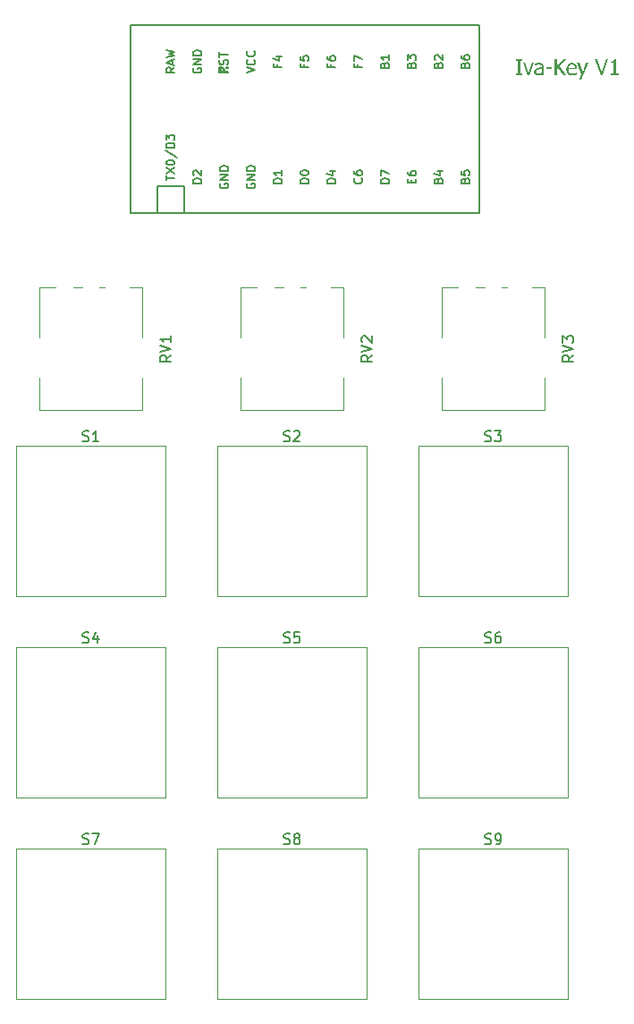
<source format=gbr>
%TF.GenerationSoftware,KiCad,Pcbnew,8.0.2*%
%TF.CreationDate,2024-05-13T19:47:19+03:00*%
%TF.ProjectId,tasta_mea,74617374-615f-46d6-9561-2e6b69636164,rev?*%
%TF.SameCoordinates,Original*%
%TF.FileFunction,Legend,Top*%
%TF.FilePolarity,Positive*%
%FSLAX46Y46*%
G04 Gerber Fmt 4.6, Leading zero omitted, Abs format (unit mm)*
G04 Created by KiCad (PCBNEW 8.0.2) date 2024-05-13 19:47:19*
%MOMM*%
%LPD*%
G01*
G04 APERTURE LIST*
%ADD10C,0.100000*%
%ADD11C,0.150000*%
%ADD12C,0.120000*%
%ADD13C,0.200000*%
%ADD14R,1.752600X1.752600*%
%ADD15C,1.752600*%
%ADD16O,2.720000X3.240000*%
%ADD17R,1.800000X1.800000*%
%ADD18C,1.800000*%
%ADD19C,1.750000*%
%ADD20C,4.000000*%
%ADD21C,2.500000*%
%ADD22R,1.600000X1.600000*%
%ADD23O,1.600000X1.600000*%
G04 APERTURE END LIST*
D10*
G36*
X134691923Y-26745000D02*
G01*
X134096581Y-26745000D01*
X134096581Y-26586730D01*
X134292219Y-26586730D01*
X134292219Y-25379193D01*
X134096581Y-25379193D01*
X134096581Y-25220924D01*
X134691923Y-25220924D01*
X134691923Y-25379193D01*
X134496284Y-25379193D01*
X134496284Y-26586730D01*
X134691923Y-26586730D01*
X134691923Y-26745000D01*
G37*
G36*
X135811898Y-25596081D02*
G01*
X135378123Y-26745000D01*
X135204100Y-26745000D01*
X134773256Y-25596081D01*
X134982450Y-25596081D01*
X135297523Y-26482683D01*
X135610032Y-25596081D01*
X135811898Y-25596081D01*
G37*
G36*
X136358769Y-25574842D02*
G01*
X136432907Y-25582286D01*
X136481612Y-25591318D01*
X136554239Y-25615012D01*
X136619621Y-25651747D01*
X136627792Y-25657630D01*
X136682746Y-25711761D01*
X136721581Y-25779630D01*
X136742618Y-25851337D01*
X136751604Y-25929224D01*
X136752356Y-25962079D01*
X136752356Y-26745000D01*
X136560014Y-26745000D01*
X136560014Y-26613841D01*
X136501196Y-26659050D01*
X136496267Y-26662934D01*
X136433663Y-26705426D01*
X136419697Y-26712759D01*
X136350400Y-26743646D01*
X136320046Y-26753792D01*
X136245342Y-26766386D01*
X136185956Y-26768447D01*
X136112404Y-26761106D01*
X136050768Y-26742435D01*
X135983921Y-26706036D01*
X135938660Y-26668429D01*
X135892228Y-26609246D01*
X135864289Y-26553757D01*
X135842563Y-26479183D01*
X135836445Y-26409776D01*
X135837476Y-26396587D01*
X136036480Y-26396587D01*
X136047139Y-26470138D01*
X136088741Y-26535692D01*
X136092167Y-26538736D01*
X136160677Y-26574732D01*
X136235225Y-26586308D01*
X136254833Y-26586730D01*
X136331609Y-26579367D01*
X136401653Y-26557278D01*
X136420430Y-26548262D01*
X136483752Y-26510986D01*
X136543568Y-26467118D01*
X136560014Y-26453374D01*
X136560014Y-26152955D01*
X136481704Y-26159916D01*
X136404723Y-26167190D01*
X136385259Y-26169075D01*
X136311791Y-26177953D01*
X136235896Y-26192384D01*
X136214533Y-26198018D01*
X136143916Y-26226411D01*
X136086672Y-26266894D01*
X136046087Y-26330830D01*
X136036480Y-26396587D01*
X135837476Y-26396587D01*
X135842419Y-26333332D01*
X135862563Y-26259418D01*
X135887003Y-26210474D01*
X135933165Y-26153441D01*
X135995813Y-26105992D01*
X136046738Y-26079682D01*
X136117389Y-26052912D01*
X136188830Y-26034136D01*
X136267140Y-26020655D01*
X136275349Y-26019598D01*
X136351190Y-26010814D01*
X136430334Y-26003421D01*
X136503458Y-25998017D01*
X136560014Y-25994685D01*
X136560014Y-25957316D01*
X136551857Y-25882126D01*
X136539132Y-25847041D01*
X136492773Y-25789767D01*
X136481612Y-25782194D01*
X136413509Y-25754475D01*
X136390754Y-25750321D01*
X136315648Y-25743378D01*
X136280478Y-25742627D01*
X136202808Y-25749038D01*
X136128597Y-25763944D01*
X136122942Y-25765341D01*
X136049357Y-25786885D01*
X135975650Y-25815201D01*
X135941591Y-25830554D01*
X135930234Y-25830554D01*
X135930234Y-25626856D01*
X136005131Y-25608090D01*
X136077535Y-25593239D01*
X136083741Y-25592051D01*
X136158445Y-25580219D01*
X136232530Y-25573847D01*
X136281577Y-25572634D01*
X136358769Y-25574842D01*
G37*
G36*
X137531979Y-26152955D02*
G01*
X136950925Y-26152955D01*
X136950925Y-25971238D01*
X137531979Y-25971238D01*
X137531979Y-26152955D01*
G37*
G36*
X138893755Y-26745000D02*
G01*
X138628873Y-26745000D01*
X138069435Y-26035718D01*
X137980042Y-26136102D01*
X137980042Y-26745000D01*
X137775977Y-26745000D01*
X137775977Y-25220924D01*
X137980042Y-25220924D01*
X137980042Y-25922145D01*
X138608357Y-25220924D01*
X138856752Y-25220924D01*
X138222209Y-25901629D01*
X138893755Y-26745000D01*
G37*
G36*
X139495394Y-25576858D02*
G01*
X139570909Y-25590970D01*
X139608165Y-25602676D01*
X139676296Y-25635484D01*
X139736433Y-25681335D01*
X139752146Y-25696831D01*
X139800782Y-25758401D01*
X139836024Y-25825367D01*
X139847035Y-25853635D01*
X139867127Y-25928751D01*
X139877399Y-26007927D01*
X139880007Y-26080048D01*
X139880007Y-26182264D01*
X139082432Y-26182264D01*
X139087253Y-26266183D01*
X139101717Y-26340986D01*
X139130052Y-26415312D01*
X139170982Y-26477731D01*
X139183182Y-26491475D01*
X139246175Y-26543189D01*
X139312436Y-26574948D01*
X139388359Y-26593335D01*
X139462718Y-26598454D01*
X139537514Y-26593546D01*
X139587649Y-26584532D01*
X139659862Y-26563981D01*
X139698657Y-26548628D01*
X139765451Y-26516396D01*
X139786951Y-26504298D01*
X139847035Y-26463632D01*
X139858392Y-26463632D01*
X139858392Y-26671727D01*
X139789159Y-26699296D01*
X139773762Y-26705432D01*
X139704038Y-26730368D01*
X139683270Y-26736573D01*
X139610383Y-26754267D01*
X139580688Y-26760020D01*
X139506290Y-26767624D01*
X139464917Y-26768447D01*
X139381941Y-26764708D01*
X139304976Y-26753492D01*
X139234021Y-26734798D01*
X139156810Y-26702495D01*
X139088254Y-26659424D01*
X139037736Y-26615307D01*
X138986066Y-26553221D01*
X138945086Y-26482093D01*
X138914796Y-26401924D01*
X138897721Y-26328209D01*
X138888070Y-26248215D01*
X138885695Y-26179699D01*
X138889290Y-26095575D01*
X138897507Y-26035718D01*
X139082432Y-26035718D01*
X139691330Y-26035718D01*
X139685247Y-25962202D01*
X139673012Y-25907124D01*
X139641742Y-25837887D01*
X139625384Y-25815533D01*
X139566901Y-25766242D01*
X139538556Y-25752519D01*
X139466561Y-25734471D01*
X139407031Y-25730903D01*
X139331411Y-25737210D01*
X139275506Y-25753251D01*
X139208923Y-25790781D01*
X139177321Y-25817365D01*
X139131296Y-25875125D01*
X139111375Y-25913353D01*
X139089422Y-25985710D01*
X139082432Y-26035718D01*
X138897507Y-26035718D01*
X138900077Y-26016996D01*
X138918056Y-25943963D01*
X138949122Y-25863644D01*
X138990544Y-25791310D01*
X139032973Y-25737131D01*
X139091397Y-25681228D01*
X139156209Y-25636891D01*
X139227410Y-25604120D01*
X139304999Y-25582915D01*
X139388976Y-25573276D01*
X139418388Y-25572634D01*
X139495394Y-25576858D01*
G37*
G36*
X140945395Y-25596081D02*
G01*
X140326239Y-27167051D01*
X140118877Y-27167051D01*
X140325140Y-26688213D01*
X139906752Y-25596081D01*
X140115946Y-25596081D01*
X140430286Y-26445680D01*
X140743528Y-25596081D01*
X140945395Y-25596081D01*
G37*
G36*
X142867708Y-25220924D02*
G01*
X142340143Y-26745000D01*
X142119958Y-26745000D01*
X141592028Y-25220924D01*
X141810747Y-25220924D01*
X142235363Y-26485980D01*
X142659613Y-25220924D01*
X142867708Y-25220924D01*
G37*
G36*
X143834543Y-26745000D02*
G01*
X143086427Y-26745000D01*
X143086427Y-26586730D01*
X143364498Y-26586730D01*
X143364498Y-25572634D01*
X143086427Y-25572634D01*
X143086427Y-25431950D01*
X143160021Y-25429202D01*
X143237458Y-25418040D01*
X143309037Y-25393310D01*
X143318702Y-25387986D01*
X143371546Y-25334191D01*
X143396860Y-25264192D01*
X143402600Y-25220924D01*
X143562335Y-25220924D01*
X143562335Y-26586730D01*
X143834543Y-26586730D01*
X143834543Y-26745000D01*
G37*
D11*
X101444819Y-53225238D02*
X100968628Y-53558571D01*
X101444819Y-53796666D02*
X100444819Y-53796666D01*
X100444819Y-53796666D02*
X100444819Y-53415714D01*
X100444819Y-53415714D02*
X100492438Y-53320476D01*
X100492438Y-53320476D02*
X100540057Y-53272857D01*
X100540057Y-53272857D02*
X100635295Y-53225238D01*
X100635295Y-53225238D02*
X100778152Y-53225238D01*
X100778152Y-53225238D02*
X100873390Y-53272857D01*
X100873390Y-53272857D02*
X100921009Y-53320476D01*
X100921009Y-53320476D02*
X100968628Y-53415714D01*
X100968628Y-53415714D02*
X100968628Y-53796666D01*
X100444819Y-52939523D02*
X101444819Y-52606190D01*
X101444819Y-52606190D02*
X100444819Y-52272857D01*
X101444819Y-51415714D02*
X101444819Y-51987142D01*
X101444819Y-51701428D02*
X100444819Y-51701428D01*
X100444819Y-51701428D02*
X100587676Y-51796666D01*
X100587676Y-51796666D02*
X100682914Y-51891904D01*
X100682914Y-51891904D02*
X100730533Y-51987142D01*
X93088095Y-61327200D02*
X93230952Y-61374819D01*
X93230952Y-61374819D02*
X93469047Y-61374819D01*
X93469047Y-61374819D02*
X93564285Y-61327200D01*
X93564285Y-61327200D02*
X93611904Y-61279580D01*
X93611904Y-61279580D02*
X93659523Y-61184342D01*
X93659523Y-61184342D02*
X93659523Y-61089104D01*
X93659523Y-61089104D02*
X93611904Y-60993866D01*
X93611904Y-60993866D02*
X93564285Y-60946247D01*
X93564285Y-60946247D02*
X93469047Y-60898628D01*
X93469047Y-60898628D02*
X93278571Y-60851009D01*
X93278571Y-60851009D02*
X93183333Y-60803390D01*
X93183333Y-60803390D02*
X93135714Y-60755771D01*
X93135714Y-60755771D02*
X93088095Y-60660533D01*
X93088095Y-60660533D02*
X93088095Y-60565295D01*
X93088095Y-60565295D02*
X93135714Y-60470057D01*
X93135714Y-60470057D02*
X93183333Y-60422438D01*
X93183333Y-60422438D02*
X93278571Y-60374819D01*
X93278571Y-60374819D02*
X93516666Y-60374819D01*
X93516666Y-60374819D02*
X93659523Y-60422438D01*
X94611904Y-61374819D02*
X94040476Y-61374819D01*
X94326190Y-61374819D02*
X94326190Y-60374819D01*
X94326190Y-60374819D02*
X94230952Y-60517676D01*
X94230952Y-60517676D02*
X94135714Y-60612914D01*
X94135714Y-60612914D02*
X94040476Y-60660533D01*
X139544819Y-53225238D02*
X139068628Y-53558571D01*
X139544819Y-53796666D02*
X138544819Y-53796666D01*
X138544819Y-53796666D02*
X138544819Y-53415714D01*
X138544819Y-53415714D02*
X138592438Y-53320476D01*
X138592438Y-53320476D02*
X138640057Y-53272857D01*
X138640057Y-53272857D02*
X138735295Y-53225238D01*
X138735295Y-53225238D02*
X138878152Y-53225238D01*
X138878152Y-53225238D02*
X138973390Y-53272857D01*
X138973390Y-53272857D02*
X139021009Y-53320476D01*
X139021009Y-53320476D02*
X139068628Y-53415714D01*
X139068628Y-53415714D02*
X139068628Y-53796666D01*
X138544819Y-52939523D02*
X139544819Y-52606190D01*
X139544819Y-52606190D02*
X138544819Y-52272857D01*
X138544819Y-52034761D02*
X138544819Y-51415714D01*
X138544819Y-51415714D02*
X138925771Y-51749047D01*
X138925771Y-51749047D02*
X138925771Y-51606190D01*
X138925771Y-51606190D02*
X138973390Y-51510952D01*
X138973390Y-51510952D02*
X139021009Y-51463333D01*
X139021009Y-51463333D02*
X139116247Y-51415714D01*
X139116247Y-51415714D02*
X139354342Y-51415714D01*
X139354342Y-51415714D02*
X139449580Y-51463333D01*
X139449580Y-51463333D02*
X139497200Y-51510952D01*
X139497200Y-51510952D02*
X139544819Y-51606190D01*
X139544819Y-51606190D02*
X139544819Y-51891904D01*
X139544819Y-51891904D02*
X139497200Y-51987142D01*
X139497200Y-51987142D02*
X139449580Y-52034761D01*
X111952295Y-36971475D02*
X111152295Y-36971475D01*
X111152295Y-36971475D02*
X111152295Y-36780999D01*
X111152295Y-36780999D02*
X111190390Y-36666713D01*
X111190390Y-36666713D02*
X111266580Y-36590523D01*
X111266580Y-36590523D02*
X111342771Y-36552428D01*
X111342771Y-36552428D02*
X111495152Y-36514332D01*
X111495152Y-36514332D02*
X111609438Y-36514332D01*
X111609438Y-36514332D02*
X111761819Y-36552428D01*
X111761819Y-36552428D02*
X111838009Y-36590523D01*
X111838009Y-36590523D02*
X111914200Y-36666713D01*
X111914200Y-36666713D02*
X111952295Y-36780999D01*
X111952295Y-36780999D02*
X111952295Y-36971475D01*
X111952295Y-35752428D02*
X111952295Y-36209571D01*
X111952295Y-35980999D02*
X111152295Y-35980999D01*
X111152295Y-35980999D02*
X111266580Y-36057190D01*
X111266580Y-36057190D02*
X111342771Y-36133380D01*
X111342771Y-36133380D02*
X111380866Y-36209571D01*
X114492295Y-36971475D02*
X113692295Y-36971475D01*
X113692295Y-36971475D02*
X113692295Y-36780999D01*
X113692295Y-36780999D02*
X113730390Y-36666713D01*
X113730390Y-36666713D02*
X113806580Y-36590523D01*
X113806580Y-36590523D02*
X113882771Y-36552428D01*
X113882771Y-36552428D02*
X114035152Y-36514332D01*
X114035152Y-36514332D02*
X114149438Y-36514332D01*
X114149438Y-36514332D02*
X114301819Y-36552428D01*
X114301819Y-36552428D02*
X114378009Y-36590523D01*
X114378009Y-36590523D02*
X114454200Y-36666713D01*
X114454200Y-36666713D02*
X114492295Y-36780999D01*
X114492295Y-36780999D02*
X114492295Y-36971475D01*
X113692295Y-36019094D02*
X113692295Y-35942904D01*
X113692295Y-35942904D02*
X113730390Y-35866713D01*
X113730390Y-35866713D02*
X113768485Y-35828618D01*
X113768485Y-35828618D02*
X113844676Y-35790523D01*
X113844676Y-35790523D02*
X113997057Y-35752428D01*
X113997057Y-35752428D02*
X114187533Y-35752428D01*
X114187533Y-35752428D02*
X114339914Y-35790523D01*
X114339914Y-35790523D02*
X114416104Y-35828618D01*
X114416104Y-35828618D02*
X114454200Y-35866713D01*
X114454200Y-35866713D02*
X114492295Y-35942904D01*
X114492295Y-35942904D02*
X114492295Y-36019094D01*
X114492295Y-36019094D02*
X114454200Y-36095285D01*
X114454200Y-36095285D02*
X114416104Y-36133380D01*
X114416104Y-36133380D02*
X114339914Y-36171475D01*
X114339914Y-36171475D02*
X114187533Y-36209571D01*
X114187533Y-36209571D02*
X113997057Y-36209571D01*
X113997057Y-36209571D02*
X113844676Y-36171475D01*
X113844676Y-36171475D02*
X113768485Y-36133380D01*
X113768485Y-36133380D02*
X113730390Y-36095285D01*
X113730390Y-36095285D02*
X113692295Y-36019094D01*
X104332295Y-36971475D02*
X103532295Y-36971475D01*
X103532295Y-36971475D02*
X103532295Y-36780999D01*
X103532295Y-36780999D02*
X103570390Y-36666713D01*
X103570390Y-36666713D02*
X103646580Y-36590523D01*
X103646580Y-36590523D02*
X103722771Y-36552428D01*
X103722771Y-36552428D02*
X103875152Y-36514332D01*
X103875152Y-36514332D02*
X103989438Y-36514332D01*
X103989438Y-36514332D02*
X104141819Y-36552428D01*
X104141819Y-36552428D02*
X104218009Y-36590523D01*
X104218009Y-36590523D02*
X104294200Y-36666713D01*
X104294200Y-36666713D02*
X104332295Y-36780999D01*
X104332295Y-36780999D02*
X104332295Y-36971475D01*
X103608485Y-36209571D02*
X103570390Y-36171475D01*
X103570390Y-36171475D02*
X103532295Y-36095285D01*
X103532295Y-36095285D02*
X103532295Y-35904809D01*
X103532295Y-35904809D02*
X103570390Y-35828618D01*
X103570390Y-35828618D02*
X103608485Y-35790523D01*
X103608485Y-35790523D02*
X103684676Y-35752428D01*
X103684676Y-35752428D02*
X103760866Y-35752428D01*
X103760866Y-35752428D02*
X103875152Y-35790523D01*
X103875152Y-35790523D02*
X104332295Y-36247666D01*
X104332295Y-36247666D02*
X104332295Y-35752428D01*
X122112295Y-36971475D02*
X121312295Y-36971475D01*
X121312295Y-36971475D02*
X121312295Y-36780999D01*
X121312295Y-36780999D02*
X121350390Y-36666713D01*
X121350390Y-36666713D02*
X121426580Y-36590523D01*
X121426580Y-36590523D02*
X121502771Y-36552428D01*
X121502771Y-36552428D02*
X121655152Y-36514332D01*
X121655152Y-36514332D02*
X121769438Y-36514332D01*
X121769438Y-36514332D02*
X121921819Y-36552428D01*
X121921819Y-36552428D02*
X121998009Y-36590523D01*
X121998009Y-36590523D02*
X122074200Y-36666713D01*
X122074200Y-36666713D02*
X122112295Y-36780999D01*
X122112295Y-36780999D02*
X122112295Y-36971475D01*
X121312295Y-36247666D02*
X121312295Y-35714332D01*
X121312295Y-35714332D02*
X122112295Y-36057190D01*
X124233247Y-25782809D02*
X124271342Y-25668523D01*
X124271342Y-25668523D02*
X124309438Y-25630428D01*
X124309438Y-25630428D02*
X124385628Y-25592332D01*
X124385628Y-25592332D02*
X124499914Y-25592332D01*
X124499914Y-25592332D02*
X124576104Y-25630428D01*
X124576104Y-25630428D02*
X124614200Y-25668523D01*
X124614200Y-25668523D02*
X124652295Y-25744713D01*
X124652295Y-25744713D02*
X124652295Y-26049475D01*
X124652295Y-26049475D02*
X123852295Y-26049475D01*
X123852295Y-26049475D02*
X123852295Y-25782809D01*
X123852295Y-25782809D02*
X123890390Y-25706618D01*
X123890390Y-25706618D02*
X123928485Y-25668523D01*
X123928485Y-25668523D02*
X124004676Y-25630428D01*
X124004676Y-25630428D02*
X124080866Y-25630428D01*
X124080866Y-25630428D02*
X124157057Y-25668523D01*
X124157057Y-25668523D02*
X124195152Y-25706618D01*
X124195152Y-25706618D02*
X124233247Y-25782809D01*
X124233247Y-25782809D02*
X124233247Y-26049475D01*
X123852295Y-25325666D02*
X123852295Y-24830428D01*
X123852295Y-24830428D02*
X124157057Y-25097094D01*
X124157057Y-25097094D02*
X124157057Y-24982809D01*
X124157057Y-24982809D02*
X124195152Y-24906618D01*
X124195152Y-24906618D02*
X124233247Y-24868523D01*
X124233247Y-24868523D02*
X124309438Y-24830428D01*
X124309438Y-24830428D02*
X124499914Y-24830428D01*
X124499914Y-24830428D02*
X124576104Y-24868523D01*
X124576104Y-24868523D02*
X124614200Y-24906618D01*
X124614200Y-24906618D02*
X124652295Y-24982809D01*
X124652295Y-24982809D02*
X124652295Y-25211380D01*
X124652295Y-25211380D02*
X124614200Y-25287571D01*
X124614200Y-25287571D02*
X124576104Y-25325666D01*
X106804200Y-25720213D02*
X106842295Y-25605927D01*
X106842295Y-25605927D02*
X106842295Y-25415451D01*
X106842295Y-25415451D02*
X106804200Y-25339260D01*
X106804200Y-25339260D02*
X106766104Y-25301165D01*
X106766104Y-25301165D02*
X106689914Y-25263070D01*
X106689914Y-25263070D02*
X106613723Y-25263070D01*
X106613723Y-25263070D02*
X106537533Y-25301165D01*
X106537533Y-25301165D02*
X106499438Y-25339260D01*
X106499438Y-25339260D02*
X106461342Y-25415451D01*
X106461342Y-25415451D02*
X106423247Y-25567832D01*
X106423247Y-25567832D02*
X106385152Y-25644022D01*
X106385152Y-25644022D02*
X106347057Y-25682117D01*
X106347057Y-25682117D02*
X106270866Y-25720213D01*
X106270866Y-25720213D02*
X106194676Y-25720213D01*
X106194676Y-25720213D02*
X106118485Y-25682117D01*
X106118485Y-25682117D02*
X106080390Y-25644022D01*
X106080390Y-25644022D02*
X106042295Y-25567832D01*
X106042295Y-25567832D02*
X106042295Y-25377355D01*
X106042295Y-25377355D02*
X106080390Y-25263070D01*
X106042295Y-25034498D02*
X106042295Y-24577355D01*
X106842295Y-24805927D02*
X106042295Y-24805927D01*
X119496104Y-36514332D02*
X119534200Y-36552428D01*
X119534200Y-36552428D02*
X119572295Y-36666713D01*
X119572295Y-36666713D02*
X119572295Y-36742904D01*
X119572295Y-36742904D02*
X119534200Y-36857190D01*
X119534200Y-36857190D02*
X119458009Y-36933380D01*
X119458009Y-36933380D02*
X119381819Y-36971475D01*
X119381819Y-36971475D02*
X119229438Y-37009571D01*
X119229438Y-37009571D02*
X119115152Y-37009571D01*
X119115152Y-37009571D02*
X118962771Y-36971475D01*
X118962771Y-36971475D02*
X118886580Y-36933380D01*
X118886580Y-36933380D02*
X118810390Y-36857190D01*
X118810390Y-36857190D02*
X118772295Y-36742904D01*
X118772295Y-36742904D02*
X118772295Y-36666713D01*
X118772295Y-36666713D02*
X118810390Y-36552428D01*
X118810390Y-36552428D02*
X118848485Y-36514332D01*
X118772295Y-35828618D02*
X118772295Y-35980999D01*
X118772295Y-35980999D02*
X118810390Y-36057190D01*
X118810390Y-36057190D02*
X118848485Y-36095285D01*
X118848485Y-36095285D02*
X118962771Y-36171475D01*
X118962771Y-36171475D02*
X119115152Y-36209571D01*
X119115152Y-36209571D02*
X119419914Y-36209571D01*
X119419914Y-36209571D02*
X119496104Y-36171475D01*
X119496104Y-36171475D02*
X119534200Y-36133380D01*
X119534200Y-36133380D02*
X119572295Y-36057190D01*
X119572295Y-36057190D02*
X119572295Y-35904809D01*
X119572295Y-35904809D02*
X119534200Y-35828618D01*
X119534200Y-35828618D02*
X119496104Y-35790523D01*
X119496104Y-35790523D02*
X119419914Y-35752428D01*
X119419914Y-35752428D02*
X119229438Y-35752428D01*
X119229438Y-35752428D02*
X119153247Y-35790523D01*
X119153247Y-35790523D02*
X119115152Y-35828618D01*
X119115152Y-35828618D02*
X119077057Y-35904809D01*
X119077057Y-35904809D02*
X119077057Y-36057190D01*
X119077057Y-36057190D02*
X119115152Y-36133380D01*
X119115152Y-36133380D02*
X119153247Y-36171475D01*
X119153247Y-36171475D02*
X119229438Y-36209571D01*
X124233247Y-36933380D02*
X124233247Y-36666714D01*
X124652295Y-36552428D02*
X124652295Y-36933380D01*
X124652295Y-36933380D02*
X123852295Y-36933380D01*
X123852295Y-36933380D02*
X123852295Y-36552428D01*
X123852295Y-35866713D02*
X123852295Y-36019094D01*
X123852295Y-36019094D02*
X123890390Y-36095285D01*
X123890390Y-36095285D02*
X123928485Y-36133380D01*
X123928485Y-36133380D02*
X124042771Y-36209570D01*
X124042771Y-36209570D02*
X124195152Y-36247666D01*
X124195152Y-36247666D02*
X124499914Y-36247666D01*
X124499914Y-36247666D02*
X124576104Y-36209570D01*
X124576104Y-36209570D02*
X124614200Y-36171475D01*
X124614200Y-36171475D02*
X124652295Y-36095285D01*
X124652295Y-36095285D02*
X124652295Y-35942904D01*
X124652295Y-35942904D02*
X124614200Y-35866713D01*
X124614200Y-35866713D02*
X124576104Y-35828618D01*
X124576104Y-35828618D02*
X124499914Y-35790523D01*
X124499914Y-35790523D02*
X124309438Y-35790523D01*
X124309438Y-35790523D02*
X124233247Y-35828618D01*
X124233247Y-35828618D02*
X124195152Y-35866713D01*
X124195152Y-35866713D02*
X124157057Y-35942904D01*
X124157057Y-35942904D02*
X124157057Y-36095285D01*
X124157057Y-36095285D02*
X124195152Y-36171475D01*
X124195152Y-36171475D02*
X124233247Y-36209570D01*
X124233247Y-36209570D02*
X124309438Y-36247666D01*
X126773247Y-25782809D02*
X126811342Y-25668523D01*
X126811342Y-25668523D02*
X126849438Y-25630428D01*
X126849438Y-25630428D02*
X126925628Y-25592332D01*
X126925628Y-25592332D02*
X127039914Y-25592332D01*
X127039914Y-25592332D02*
X127116104Y-25630428D01*
X127116104Y-25630428D02*
X127154200Y-25668523D01*
X127154200Y-25668523D02*
X127192295Y-25744713D01*
X127192295Y-25744713D02*
X127192295Y-26049475D01*
X127192295Y-26049475D02*
X126392295Y-26049475D01*
X126392295Y-26049475D02*
X126392295Y-25782809D01*
X126392295Y-25782809D02*
X126430390Y-25706618D01*
X126430390Y-25706618D02*
X126468485Y-25668523D01*
X126468485Y-25668523D02*
X126544676Y-25630428D01*
X126544676Y-25630428D02*
X126620866Y-25630428D01*
X126620866Y-25630428D02*
X126697057Y-25668523D01*
X126697057Y-25668523D02*
X126735152Y-25706618D01*
X126735152Y-25706618D02*
X126773247Y-25782809D01*
X126773247Y-25782809D02*
X126773247Y-26049475D01*
X126468485Y-25287571D02*
X126430390Y-25249475D01*
X126430390Y-25249475D02*
X126392295Y-25173285D01*
X126392295Y-25173285D02*
X126392295Y-24982809D01*
X126392295Y-24982809D02*
X126430390Y-24906618D01*
X126430390Y-24906618D02*
X126468485Y-24868523D01*
X126468485Y-24868523D02*
X126544676Y-24830428D01*
X126544676Y-24830428D02*
X126620866Y-24830428D01*
X126620866Y-24830428D02*
X126735152Y-24868523D01*
X126735152Y-24868523D02*
X127192295Y-25325666D01*
X127192295Y-25325666D02*
X127192295Y-24830428D01*
X129313247Y-36704809D02*
X129351342Y-36590523D01*
X129351342Y-36590523D02*
X129389438Y-36552428D01*
X129389438Y-36552428D02*
X129465628Y-36514332D01*
X129465628Y-36514332D02*
X129579914Y-36514332D01*
X129579914Y-36514332D02*
X129656104Y-36552428D01*
X129656104Y-36552428D02*
X129694200Y-36590523D01*
X129694200Y-36590523D02*
X129732295Y-36666713D01*
X129732295Y-36666713D02*
X129732295Y-36971475D01*
X129732295Y-36971475D02*
X128932295Y-36971475D01*
X128932295Y-36971475D02*
X128932295Y-36704809D01*
X128932295Y-36704809D02*
X128970390Y-36628618D01*
X128970390Y-36628618D02*
X129008485Y-36590523D01*
X129008485Y-36590523D02*
X129084676Y-36552428D01*
X129084676Y-36552428D02*
X129160866Y-36552428D01*
X129160866Y-36552428D02*
X129237057Y-36590523D01*
X129237057Y-36590523D02*
X129275152Y-36628618D01*
X129275152Y-36628618D02*
X129313247Y-36704809D01*
X129313247Y-36704809D02*
X129313247Y-36971475D01*
X128932295Y-35790523D02*
X128932295Y-36171475D01*
X128932295Y-36171475D02*
X129313247Y-36209571D01*
X129313247Y-36209571D02*
X129275152Y-36171475D01*
X129275152Y-36171475D02*
X129237057Y-36095285D01*
X129237057Y-36095285D02*
X129237057Y-35904809D01*
X129237057Y-35904809D02*
X129275152Y-35828618D01*
X129275152Y-35828618D02*
X129313247Y-35790523D01*
X129313247Y-35790523D02*
X129389438Y-35752428D01*
X129389438Y-35752428D02*
X129579914Y-35752428D01*
X129579914Y-35752428D02*
X129656104Y-35790523D01*
X129656104Y-35790523D02*
X129694200Y-35828618D01*
X129694200Y-35828618D02*
X129732295Y-35904809D01*
X129732295Y-35904809D02*
X129732295Y-36095285D01*
X129732295Y-36095285D02*
X129694200Y-36171475D01*
X129694200Y-36171475D02*
X129656104Y-36209571D01*
X108650390Y-36990523D02*
X108612295Y-37066713D01*
X108612295Y-37066713D02*
X108612295Y-37180999D01*
X108612295Y-37180999D02*
X108650390Y-37295285D01*
X108650390Y-37295285D02*
X108726580Y-37371475D01*
X108726580Y-37371475D02*
X108802771Y-37409570D01*
X108802771Y-37409570D02*
X108955152Y-37447666D01*
X108955152Y-37447666D02*
X109069438Y-37447666D01*
X109069438Y-37447666D02*
X109221819Y-37409570D01*
X109221819Y-37409570D02*
X109298009Y-37371475D01*
X109298009Y-37371475D02*
X109374200Y-37295285D01*
X109374200Y-37295285D02*
X109412295Y-37180999D01*
X109412295Y-37180999D02*
X109412295Y-37104808D01*
X109412295Y-37104808D02*
X109374200Y-36990523D01*
X109374200Y-36990523D02*
X109336104Y-36952427D01*
X109336104Y-36952427D02*
X109069438Y-36952427D01*
X109069438Y-36952427D02*
X109069438Y-37104808D01*
X109412295Y-36609570D02*
X108612295Y-36609570D01*
X108612295Y-36609570D02*
X109412295Y-36152427D01*
X109412295Y-36152427D02*
X108612295Y-36152427D01*
X109412295Y-35771475D02*
X108612295Y-35771475D01*
X108612295Y-35771475D02*
X108612295Y-35580999D01*
X108612295Y-35580999D02*
X108650390Y-35466713D01*
X108650390Y-35466713D02*
X108726580Y-35390523D01*
X108726580Y-35390523D02*
X108802771Y-35352428D01*
X108802771Y-35352428D02*
X108955152Y-35314332D01*
X108955152Y-35314332D02*
X109069438Y-35314332D01*
X109069438Y-35314332D02*
X109221819Y-35352428D01*
X109221819Y-35352428D02*
X109298009Y-35390523D01*
X109298009Y-35390523D02*
X109374200Y-35466713D01*
X109374200Y-35466713D02*
X109412295Y-35580999D01*
X109412295Y-35580999D02*
X109412295Y-35771475D01*
X126773247Y-36704809D02*
X126811342Y-36590523D01*
X126811342Y-36590523D02*
X126849438Y-36552428D01*
X126849438Y-36552428D02*
X126925628Y-36514332D01*
X126925628Y-36514332D02*
X127039914Y-36514332D01*
X127039914Y-36514332D02*
X127116104Y-36552428D01*
X127116104Y-36552428D02*
X127154200Y-36590523D01*
X127154200Y-36590523D02*
X127192295Y-36666713D01*
X127192295Y-36666713D02*
X127192295Y-36971475D01*
X127192295Y-36971475D02*
X126392295Y-36971475D01*
X126392295Y-36971475D02*
X126392295Y-36704809D01*
X126392295Y-36704809D02*
X126430390Y-36628618D01*
X126430390Y-36628618D02*
X126468485Y-36590523D01*
X126468485Y-36590523D02*
X126544676Y-36552428D01*
X126544676Y-36552428D02*
X126620866Y-36552428D01*
X126620866Y-36552428D02*
X126697057Y-36590523D01*
X126697057Y-36590523D02*
X126735152Y-36628618D01*
X126735152Y-36628618D02*
X126773247Y-36704809D01*
X126773247Y-36704809D02*
X126773247Y-36971475D01*
X126658961Y-35828618D02*
X127192295Y-35828618D01*
X126354200Y-36019094D02*
X126925628Y-36209571D01*
X126925628Y-36209571D02*
X126925628Y-35714332D01*
X117032295Y-36971475D02*
X116232295Y-36971475D01*
X116232295Y-36971475D02*
X116232295Y-36780999D01*
X116232295Y-36780999D02*
X116270390Y-36666713D01*
X116270390Y-36666713D02*
X116346580Y-36590523D01*
X116346580Y-36590523D02*
X116422771Y-36552428D01*
X116422771Y-36552428D02*
X116575152Y-36514332D01*
X116575152Y-36514332D02*
X116689438Y-36514332D01*
X116689438Y-36514332D02*
X116841819Y-36552428D01*
X116841819Y-36552428D02*
X116918009Y-36590523D01*
X116918009Y-36590523D02*
X116994200Y-36666713D01*
X116994200Y-36666713D02*
X117032295Y-36780999D01*
X117032295Y-36780999D02*
X117032295Y-36971475D01*
X116498961Y-35828618D02*
X117032295Y-35828618D01*
X116194200Y-36019094D02*
X116765628Y-36209571D01*
X116765628Y-36209571D02*
X116765628Y-35714332D01*
X108612295Y-26525666D02*
X109412295Y-26258999D01*
X109412295Y-26258999D02*
X108612295Y-25992333D01*
X109336104Y-25268523D02*
X109374200Y-25306619D01*
X109374200Y-25306619D02*
X109412295Y-25420904D01*
X109412295Y-25420904D02*
X109412295Y-25497095D01*
X109412295Y-25497095D02*
X109374200Y-25611381D01*
X109374200Y-25611381D02*
X109298009Y-25687571D01*
X109298009Y-25687571D02*
X109221819Y-25725666D01*
X109221819Y-25725666D02*
X109069438Y-25763762D01*
X109069438Y-25763762D02*
X108955152Y-25763762D01*
X108955152Y-25763762D02*
X108802771Y-25725666D01*
X108802771Y-25725666D02*
X108726580Y-25687571D01*
X108726580Y-25687571D02*
X108650390Y-25611381D01*
X108650390Y-25611381D02*
X108612295Y-25497095D01*
X108612295Y-25497095D02*
X108612295Y-25420904D01*
X108612295Y-25420904D02*
X108650390Y-25306619D01*
X108650390Y-25306619D02*
X108688485Y-25268523D01*
X109336104Y-24468523D02*
X109374200Y-24506619D01*
X109374200Y-24506619D02*
X109412295Y-24620904D01*
X109412295Y-24620904D02*
X109412295Y-24697095D01*
X109412295Y-24697095D02*
X109374200Y-24811381D01*
X109374200Y-24811381D02*
X109298009Y-24887571D01*
X109298009Y-24887571D02*
X109221819Y-24925666D01*
X109221819Y-24925666D02*
X109069438Y-24963762D01*
X109069438Y-24963762D02*
X108955152Y-24963762D01*
X108955152Y-24963762D02*
X108802771Y-24925666D01*
X108802771Y-24925666D02*
X108726580Y-24887571D01*
X108726580Y-24887571D02*
X108650390Y-24811381D01*
X108650390Y-24811381D02*
X108612295Y-24697095D01*
X108612295Y-24697095D02*
X108612295Y-24620904D01*
X108612295Y-24620904D02*
X108650390Y-24506619D01*
X108650390Y-24506619D02*
X108688485Y-24468523D01*
X111533247Y-25725666D02*
X111533247Y-25992332D01*
X111952295Y-25992332D02*
X111152295Y-25992332D01*
X111152295Y-25992332D02*
X111152295Y-25611380D01*
X111418961Y-24963761D02*
X111952295Y-24963761D01*
X111114200Y-25154237D02*
X111685628Y-25344714D01*
X111685628Y-25344714D02*
X111685628Y-24849475D01*
X121693247Y-25782809D02*
X121731342Y-25668523D01*
X121731342Y-25668523D02*
X121769438Y-25630428D01*
X121769438Y-25630428D02*
X121845628Y-25592332D01*
X121845628Y-25592332D02*
X121959914Y-25592332D01*
X121959914Y-25592332D02*
X122036104Y-25630428D01*
X122036104Y-25630428D02*
X122074200Y-25668523D01*
X122074200Y-25668523D02*
X122112295Y-25744713D01*
X122112295Y-25744713D02*
X122112295Y-26049475D01*
X122112295Y-26049475D02*
X121312295Y-26049475D01*
X121312295Y-26049475D02*
X121312295Y-25782809D01*
X121312295Y-25782809D02*
X121350390Y-25706618D01*
X121350390Y-25706618D02*
X121388485Y-25668523D01*
X121388485Y-25668523D02*
X121464676Y-25630428D01*
X121464676Y-25630428D02*
X121540866Y-25630428D01*
X121540866Y-25630428D02*
X121617057Y-25668523D01*
X121617057Y-25668523D02*
X121655152Y-25706618D01*
X121655152Y-25706618D02*
X121693247Y-25782809D01*
X121693247Y-25782809D02*
X121693247Y-26049475D01*
X122112295Y-24830428D02*
X122112295Y-25287571D01*
X122112295Y-25058999D02*
X121312295Y-25058999D01*
X121312295Y-25058999D02*
X121426580Y-25135190D01*
X121426580Y-25135190D02*
X121502771Y-25211380D01*
X121502771Y-25211380D02*
X121540866Y-25287571D01*
X119153247Y-25725666D02*
X119153247Y-25992332D01*
X119572295Y-25992332D02*
X118772295Y-25992332D01*
X118772295Y-25992332D02*
X118772295Y-25611380D01*
X118772295Y-25382809D02*
X118772295Y-24849475D01*
X118772295Y-24849475D02*
X119572295Y-25192333D01*
X114073247Y-25725666D02*
X114073247Y-25992332D01*
X114492295Y-25992332D02*
X113692295Y-25992332D01*
X113692295Y-25992332D02*
X113692295Y-25611380D01*
X113692295Y-24925666D02*
X113692295Y-25306618D01*
X113692295Y-25306618D02*
X114073247Y-25344714D01*
X114073247Y-25344714D02*
X114035152Y-25306618D01*
X114035152Y-25306618D02*
X113997057Y-25230428D01*
X113997057Y-25230428D02*
X113997057Y-25039952D01*
X113997057Y-25039952D02*
X114035152Y-24963761D01*
X114035152Y-24963761D02*
X114073247Y-24925666D01*
X114073247Y-24925666D02*
X114149438Y-24887571D01*
X114149438Y-24887571D02*
X114339914Y-24887571D01*
X114339914Y-24887571D02*
X114416104Y-24925666D01*
X114416104Y-24925666D02*
X114454200Y-24963761D01*
X114454200Y-24963761D02*
X114492295Y-25039952D01*
X114492295Y-25039952D02*
X114492295Y-25230428D01*
X114492295Y-25230428D02*
X114454200Y-25306618D01*
X114454200Y-25306618D02*
X114416104Y-25344714D01*
X101792295Y-26011380D02*
X101411342Y-26278047D01*
X101792295Y-26468523D02*
X100992295Y-26468523D01*
X100992295Y-26468523D02*
X100992295Y-26163761D01*
X100992295Y-26163761D02*
X101030390Y-26087571D01*
X101030390Y-26087571D02*
X101068485Y-26049476D01*
X101068485Y-26049476D02*
X101144676Y-26011380D01*
X101144676Y-26011380D02*
X101258961Y-26011380D01*
X101258961Y-26011380D02*
X101335152Y-26049476D01*
X101335152Y-26049476D02*
X101373247Y-26087571D01*
X101373247Y-26087571D02*
X101411342Y-26163761D01*
X101411342Y-26163761D02*
X101411342Y-26468523D01*
X101563723Y-25706619D02*
X101563723Y-25325666D01*
X101792295Y-25782809D02*
X100992295Y-25516142D01*
X100992295Y-25516142D02*
X101792295Y-25249476D01*
X100992295Y-25059000D02*
X101792295Y-24868524D01*
X101792295Y-24868524D02*
X101220866Y-24716143D01*
X101220866Y-24716143D02*
X101792295Y-24563762D01*
X101792295Y-24563762D02*
X100992295Y-24373286D01*
X129313247Y-25782809D02*
X129351342Y-25668523D01*
X129351342Y-25668523D02*
X129389438Y-25630428D01*
X129389438Y-25630428D02*
X129465628Y-25592332D01*
X129465628Y-25592332D02*
X129579914Y-25592332D01*
X129579914Y-25592332D02*
X129656104Y-25630428D01*
X129656104Y-25630428D02*
X129694200Y-25668523D01*
X129694200Y-25668523D02*
X129732295Y-25744713D01*
X129732295Y-25744713D02*
X129732295Y-26049475D01*
X129732295Y-26049475D02*
X128932295Y-26049475D01*
X128932295Y-26049475D02*
X128932295Y-25782809D01*
X128932295Y-25782809D02*
X128970390Y-25706618D01*
X128970390Y-25706618D02*
X129008485Y-25668523D01*
X129008485Y-25668523D02*
X129084676Y-25630428D01*
X129084676Y-25630428D02*
X129160866Y-25630428D01*
X129160866Y-25630428D02*
X129237057Y-25668523D01*
X129237057Y-25668523D02*
X129275152Y-25706618D01*
X129275152Y-25706618D02*
X129313247Y-25782809D01*
X129313247Y-25782809D02*
X129313247Y-26049475D01*
X128932295Y-24906618D02*
X128932295Y-25058999D01*
X128932295Y-25058999D02*
X128970390Y-25135190D01*
X128970390Y-25135190D02*
X129008485Y-25173285D01*
X129008485Y-25173285D02*
X129122771Y-25249475D01*
X129122771Y-25249475D02*
X129275152Y-25287571D01*
X129275152Y-25287571D02*
X129579914Y-25287571D01*
X129579914Y-25287571D02*
X129656104Y-25249475D01*
X129656104Y-25249475D02*
X129694200Y-25211380D01*
X129694200Y-25211380D02*
X129732295Y-25135190D01*
X129732295Y-25135190D02*
X129732295Y-24982809D01*
X129732295Y-24982809D02*
X129694200Y-24906618D01*
X129694200Y-24906618D02*
X129656104Y-24868523D01*
X129656104Y-24868523D02*
X129579914Y-24830428D01*
X129579914Y-24830428D02*
X129389438Y-24830428D01*
X129389438Y-24830428D02*
X129313247Y-24868523D01*
X129313247Y-24868523D02*
X129275152Y-24906618D01*
X129275152Y-24906618D02*
X129237057Y-24982809D01*
X129237057Y-24982809D02*
X129237057Y-25135190D01*
X129237057Y-25135190D02*
X129275152Y-25211380D01*
X129275152Y-25211380D02*
X129313247Y-25249475D01*
X129313247Y-25249475D02*
X129389438Y-25287571D01*
X103570390Y-26068523D02*
X103532295Y-26144713D01*
X103532295Y-26144713D02*
X103532295Y-26258999D01*
X103532295Y-26258999D02*
X103570390Y-26373285D01*
X103570390Y-26373285D02*
X103646580Y-26449475D01*
X103646580Y-26449475D02*
X103722771Y-26487570D01*
X103722771Y-26487570D02*
X103875152Y-26525666D01*
X103875152Y-26525666D02*
X103989438Y-26525666D01*
X103989438Y-26525666D02*
X104141819Y-26487570D01*
X104141819Y-26487570D02*
X104218009Y-26449475D01*
X104218009Y-26449475D02*
X104294200Y-26373285D01*
X104294200Y-26373285D02*
X104332295Y-26258999D01*
X104332295Y-26258999D02*
X104332295Y-26182808D01*
X104332295Y-26182808D02*
X104294200Y-26068523D01*
X104294200Y-26068523D02*
X104256104Y-26030427D01*
X104256104Y-26030427D02*
X103989438Y-26030427D01*
X103989438Y-26030427D02*
X103989438Y-26182808D01*
X104332295Y-25687570D02*
X103532295Y-25687570D01*
X103532295Y-25687570D02*
X104332295Y-25230427D01*
X104332295Y-25230427D02*
X103532295Y-25230427D01*
X104332295Y-24849475D02*
X103532295Y-24849475D01*
X103532295Y-24849475D02*
X103532295Y-24658999D01*
X103532295Y-24658999D02*
X103570390Y-24544713D01*
X103570390Y-24544713D02*
X103646580Y-24468523D01*
X103646580Y-24468523D02*
X103722771Y-24430428D01*
X103722771Y-24430428D02*
X103875152Y-24392332D01*
X103875152Y-24392332D02*
X103989438Y-24392332D01*
X103989438Y-24392332D02*
X104141819Y-24430428D01*
X104141819Y-24430428D02*
X104218009Y-24468523D01*
X104218009Y-24468523D02*
X104294200Y-24544713D01*
X104294200Y-24544713D02*
X104332295Y-24658999D01*
X104332295Y-24658999D02*
X104332295Y-24849475D01*
X116613247Y-25725666D02*
X116613247Y-25992332D01*
X117032295Y-25992332D02*
X116232295Y-25992332D01*
X116232295Y-25992332D02*
X116232295Y-25611380D01*
X116232295Y-24963761D02*
X116232295Y-25116142D01*
X116232295Y-25116142D02*
X116270390Y-25192333D01*
X116270390Y-25192333D02*
X116308485Y-25230428D01*
X116308485Y-25230428D02*
X116422771Y-25306618D01*
X116422771Y-25306618D02*
X116575152Y-25344714D01*
X116575152Y-25344714D02*
X116879914Y-25344714D01*
X116879914Y-25344714D02*
X116956104Y-25306618D01*
X116956104Y-25306618D02*
X116994200Y-25268523D01*
X116994200Y-25268523D02*
X117032295Y-25192333D01*
X117032295Y-25192333D02*
X117032295Y-25039952D01*
X117032295Y-25039952D02*
X116994200Y-24963761D01*
X116994200Y-24963761D02*
X116956104Y-24925666D01*
X116956104Y-24925666D02*
X116879914Y-24887571D01*
X116879914Y-24887571D02*
X116689438Y-24887571D01*
X116689438Y-24887571D02*
X116613247Y-24925666D01*
X116613247Y-24925666D02*
X116575152Y-24963761D01*
X116575152Y-24963761D02*
X116537057Y-25039952D01*
X116537057Y-25039952D02*
X116537057Y-25192333D01*
X116537057Y-25192333D02*
X116575152Y-25268523D01*
X116575152Y-25268523D02*
X116613247Y-25306618D01*
X116613247Y-25306618D02*
X116689438Y-25344714D01*
X100992295Y-36682348D02*
X100992295Y-36225205D01*
X101792295Y-36453777D02*
X100992295Y-36453777D01*
X100992295Y-36034729D02*
X101792295Y-35501395D01*
X100992295Y-35501395D02*
X101792295Y-36034729D01*
X100992295Y-35044252D02*
X100992295Y-34968062D01*
X100992295Y-34968062D02*
X101030390Y-34891871D01*
X101030390Y-34891871D02*
X101068485Y-34853776D01*
X101068485Y-34853776D02*
X101144676Y-34815681D01*
X101144676Y-34815681D02*
X101297057Y-34777586D01*
X101297057Y-34777586D02*
X101487533Y-34777586D01*
X101487533Y-34777586D02*
X101639914Y-34815681D01*
X101639914Y-34815681D02*
X101716104Y-34853776D01*
X101716104Y-34853776D02*
X101754200Y-34891871D01*
X101754200Y-34891871D02*
X101792295Y-34968062D01*
X101792295Y-34968062D02*
X101792295Y-35044252D01*
X101792295Y-35044252D02*
X101754200Y-35120443D01*
X101754200Y-35120443D02*
X101716104Y-35158538D01*
X101716104Y-35158538D02*
X101639914Y-35196633D01*
X101639914Y-35196633D02*
X101487533Y-35234729D01*
X101487533Y-35234729D02*
X101297057Y-35234729D01*
X101297057Y-35234729D02*
X101144676Y-35196633D01*
X101144676Y-35196633D02*
X101068485Y-35158538D01*
X101068485Y-35158538D02*
X101030390Y-35120443D01*
X101030390Y-35120443D02*
X100992295Y-35044252D01*
X100954200Y-33863300D02*
X101982771Y-34549014D01*
X101792295Y-33596633D02*
X100992295Y-33596633D01*
X100992295Y-33596633D02*
X100992295Y-33406157D01*
X100992295Y-33406157D02*
X101030390Y-33291871D01*
X101030390Y-33291871D02*
X101106580Y-33215681D01*
X101106580Y-33215681D02*
X101182771Y-33177586D01*
X101182771Y-33177586D02*
X101335152Y-33139490D01*
X101335152Y-33139490D02*
X101449438Y-33139490D01*
X101449438Y-33139490D02*
X101601819Y-33177586D01*
X101601819Y-33177586D02*
X101678009Y-33215681D01*
X101678009Y-33215681D02*
X101754200Y-33291871D01*
X101754200Y-33291871D02*
X101792295Y-33406157D01*
X101792295Y-33406157D02*
X101792295Y-33596633D01*
X100992295Y-32872824D02*
X100992295Y-32377586D01*
X100992295Y-32377586D02*
X101297057Y-32644252D01*
X101297057Y-32644252D02*
X101297057Y-32529967D01*
X101297057Y-32529967D02*
X101335152Y-32453776D01*
X101335152Y-32453776D02*
X101373247Y-32415681D01*
X101373247Y-32415681D02*
X101449438Y-32377586D01*
X101449438Y-32377586D02*
X101639914Y-32377586D01*
X101639914Y-32377586D02*
X101716104Y-32415681D01*
X101716104Y-32415681D02*
X101754200Y-32453776D01*
X101754200Y-32453776D02*
X101792295Y-32529967D01*
X101792295Y-32529967D02*
X101792295Y-32758538D01*
X101792295Y-32758538D02*
X101754200Y-32834729D01*
X101754200Y-32834729D02*
X101716104Y-32872824D01*
X106110390Y-36990523D02*
X106072295Y-37066713D01*
X106072295Y-37066713D02*
X106072295Y-37180999D01*
X106072295Y-37180999D02*
X106110390Y-37295285D01*
X106110390Y-37295285D02*
X106186580Y-37371475D01*
X106186580Y-37371475D02*
X106262771Y-37409570D01*
X106262771Y-37409570D02*
X106415152Y-37447666D01*
X106415152Y-37447666D02*
X106529438Y-37447666D01*
X106529438Y-37447666D02*
X106681819Y-37409570D01*
X106681819Y-37409570D02*
X106758009Y-37371475D01*
X106758009Y-37371475D02*
X106834200Y-37295285D01*
X106834200Y-37295285D02*
X106872295Y-37180999D01*
X106872295Y-37180999D02*
X106872295Y-37104808D01*
X106872295Y-37104808D02*
X106834200Y-36990523D01*
X106834200Y-36990523D02*
X106796104Y-36952427D01*
X106796104Y-36952427D02*
X106529438Y-36952427D01*
X106529438Y-36952427D02*
X106529438Y-37104808D01*
X106872295Y-36609570D02*
X106072295Y-36609570D01*
X106072295Y-36609570D02*
X106872295Y-36152427D01*
X106872295Y-36152427D02*
X106072295Y-36152427D01*
X106872295Y-35771475D02*
X106072295Y-35771475D01*
X106072295Y-35771475D02*
X106072295Y-35580999D01*
X106072295Y-35580999D02*
X106110390Y-35466713D01*
X106110390Y-35466713D02*
X106186580Y-35390523D01*
X106186580Y-35390523D02*
X106262771Y-35352428D01*
X106262771Y-35352428D02*
X106415152Y-35314332D01*
X106415152Y-35314332D02*
X106529438Y-35314332D01*
X106529438Y-35314332D02*
X106681819Y-35352428D01*
X106681819Y-35352428D02*
X106758009Y-35390523D01*
X106758009Y-35390523D02*
X106834200Y-35466713D01*
X106834200Y-35466713D02*
X106872295Y-35580999D01*
X106872295Y-35580999D02*
X106872295Y-35771475D01*
X131188095Y-80377200D02*
X131330952Y-80424819D01*
X131330952Y-80424819D02*
X131569047Y-80424819D01*
X131569047Y-80424819D02*
X131664285Y-80377200D01*
X131664285Y-80377200D02*
X131711904Y-80329580D01*
X131711904Y-80329580D02*
X131759523Y-80234342D01*
X131759523Y-80234342D02*
X131759523Y-80139104D01*
X131759523Y-80139104D02*
X131711904Y-80043866D01*
X131711904Y-80043866D02*
X131664285Y-79996247D01*
X131664285Y-79996247D02*
X131569047Y-79948628D01*
X131569047Y-79948628D02*
X131378571Y-79901009D01*
X131378571Y-79901009D02*
X131283333Y-79853390D01*
X131283333Y-79853390D02*
X131235714Y-79805771D01*
X131235714Y-79805771D02*
X131188095Y-79710533D01*
X131188095Y-79710533D02*
X131188095Y-79615295D01*
X131188095Y-79615295D02*
X131235714Y-79520057D01*
X131235714Y-79520057D02*
X131283333Y-79472438D01*
X131283333Y-79472438D02*
X131378571Y-79424819D01*
X131378571Y-79424819D02*
X131616666Y-79424819D01*
X131616666Y-79424819D02*
X131759523Y-79472438D01*
X132616666Y-79424819D02*
X132426190Y-79424819D01*
X132426190Y-79424819D02*
X132330952Y-79472438D01*
X132330952Y-79472438D02*
X132283333Y-79520057D01*
X132283333Y-79520057D02*
X132188095Y-79662914D01*
X132188095Y-79662914D02*
X132140476Y-79853390D01*
X132140476Y-79853390D02*
X132140476Y-80234342D01*
X132140476Y-80234342D02*
X132188095Y-80329580D01*
X132188095Y-80329580D02*
X132235714Y-80377200D01*
X132235714Y-80377200D02*
X132330952Y-80424819D01*
X132330952Y-80424819D02*
X132521428Y-80424819D01*
X132521428Y-80424819D02*
X132616666Y-80377200D01*
X132616666Y-80377200D02*
X132664285Y-80329580D01*
X132664285Y-80329580D02*
X132711904Y-80234342D01*
X132711904Y-80234342D02*
X132711904Y-79996247D01*
X132711904Y-79996247D02*
X132664285Y-79901009D01*
X132664285Y-79901009D02*
X132616666Y-79853390D01*
X132616666Y-79853390D02*
X132521428Y-79805771D01*
X132521428Y-79805771D02*
X132330952Y-79805771D01*
X132330952Y-79805771D02*
X132235714Y-79853390D01*
X132235714Y-79853390D02*
X132188095Y-79901009D01*
X132188095Y-79901009D02*
X132140476Y-79996247D01*
X93088095Y-99427200D02*
X93230952Y-99474819D01*
X93230952Y-99474819D02*
X93469047Y-99474819D01*
X93469047Y-99474819D02*
X93564285Y-99427200D01*
X93564285Y-99427200D02*
X93611904Y-99379580D01*
X93611904Y-99379580D02*
X93659523Y-99284342D01*
X93659523Y-99284342D02*
X93659523Y-99189104D01*
X93659523Y-99189104D02*
X93611904Y-99093866D01*
X93611904Y-99093866D02*
X93564285Y-99046247D01*
X93564285Y-99046247D02*
X93469047Y-98998628D01*
X93469047Y-98998628D02*
X93278571Y-98951009D01*
X93278571Y-98951009D02*
X93183333Y-98903390D01*
X93183333Y-98903390D02*
X93135714Y-98855771D01*
X93135714Y-98855771D02*
X93088095Y-98760533D01*
X93088095Y-98760533D02*
X93088095Y-98665295D01*
X93088095Y-98665295D02*
X93135714Y-98570057D01*
X93135714Y-98570057D02*
X93183333Y-98522438D01*
X93183333Y-98522438D02*
X93278571Y-98474819D01*
X93278571Y-98474819D02*
X93516666Y-98474819D01*
X93516666Y-98474819D02*
X93659523Y-98522438D01*
X93992857Y-98474819D02*
X94659523Y-98474819D01*
X94659523Y-98474819D02*
X94230952Y-99474819D01*
X112138095Y-61327200D02*
X112280952Y-61374819D01*
X112280952Y-61374819D02*
X112519047Y-61374819D01*
X112519047Y-61374819D02*
X112614285Y-61327200D01*
X112614285Y-61327200D02*
X112661904Y-61279580D01*
X112661904Y-61279580D02*
X112709523Y-61184342D01*
X112709523Y-61184342D02*
X112709523Y-61089104D01*
X112709523Y-61089104D02*
X112661904Y-60993866D01*
X112661904Y-60993866D02*
X112614285Y-60946247D01*
X112614285Y-60946247D02*
X112519047Y-60898628D01*
X112519047Y-60898628D02*
X112328571Y-60851009D01*
X112328571Y-60851009D02*
X112233333Y-60803390D01*
X112233333Y-60803390D02*
X112185714Y-60755771D01*
X112185714Y-60755771D02*
X112138095Y-60660533D01*
X112138095Y-60660533D02*
X112138095Y-60565295D01*
X112138095Y-60565295D02*
X112185714Y-60470057D01*
X112185714Y-60470057D02*
X112233333Y-60422438D01*
X112233333Y-60422438D02*
X112328571Y-60374819D01*
X112328571Y-60374819D02*
X112566666Y-60374819D01*
X112566666Y-60374819D02*
X112709523Y-60422438D01*
X113090476Y-60470057D02*
X113138095Y-60422438D01*
X113138095Y-60422438D02*
X113233333Y-60374819D01*
X113233333Y-60374819D02*
X113471428Y-60374819D01*
X113471428Y-60374819D02*
X113566666Y-60422438D01*
X113566666Y-60422438D02*
X113614285Y-60470057D01*
X113614285Y-60470057D02*
X113661904Y-60565295D01*
X113661904Y-60565295D02*
X113661904Y-60660533D01*
X113661904Y-60660533D02*
X113614285Y-60803390D01*
X113614285Y-60803390D02*
X113042857Y-61374819D01*
X113042857Y-61374819D02*
X113661904Y-61374819D01*
X131188095Y-99427200D02*
X131330952Y-99474819D01*
X131330952Y-99474819D02*
X131569047Y-99474819D01*
X131569047Y-99474819D02*
X131664285Y-99427200D01*
X131664285Y-99427200D02*
X131711904Y-99379580D01*
X131711904Y-99379580D02*
X131759523Y-99284342D01*
X131759523Y-99284342D02*
X131759523Y-99189104D01*
X131759523Y-99189104D02*
X131711904Y-99093866D01*
X131711904Y-99093866D02*
X131664285Y-99046247D01*
X131664285Y-99046247D02*
X131569047Y-98998628D01*
X131569047Y-98998628D02*
X131378571Y-98951009D01*
X131378571Y-98951009D02*
X131283333Y-98903390D01*
X131283333Y-98903390D02*
X131235714Y-98855771D01*
X131235714Y-98855771D02*
X131188095Y-98760533D01*
X131188095Y-98760533D02*
X131188095Y-98665295D01*
X131188095Y-98665295D02*
X131235714Y-98570057D01*
X131235714Y-98570057D02*
X131283333Y-98522438D01*
X131283333Y-98522438D02*
X131378571Y-98474819D01*
X131378571Y-98474819D02*
X131616666Y-98474819D01*
X131616666Y-98474819D02*
X131759523Y-98522438D01*
X132235714Y-99474819D02*
X132426190Y-99474819D01*
X132426190Y-99474819D02*
X132521428Y-99427200D01*
X132521428Y-99427200D02*
X132569047Y-99379580D01*
X132569047Y-99379580D02*
X132664285Y-99236723D01*
X132664285Y-99236723D02*
X132711904Y-99046247D01*
X132711904Y-99046247D02*
X132711904Y-98665295D01*
X132711904Y-98665295D02*
X132664285Y-98570057D01*
X132664285Y-98570057D02*
X132616666Y-98522438D01*
X132616666Y-98522438D02*
X132521428Y-98474819D01*
X132521428Y-98474819D02*
X132330952Y-98474819D01*
X132330952Y-98474819D02*
X132235714Y-98522438D01*
X132235714Y-98522438D02*
X132188095Y-98570057D01*
X132188095Y-98570057D02*
X132140476Y-98665295D01*
X132140476Y-98665295D02*
X132140476Y-98903390D01*
X132140476Y-98903390D02*
X132188095Y-98998628D01*
X132188095Y-98998628D02*
X132235714Y-99046247D01*
X132235714Y-99046247D02*
X132330952Y-99093866D01*
X132330952Y-99093866D02*
X132521428Y-99093866D01*
X132521428Y-99093866D02*
X132616666Y-99046247D01*
X132616666Y-99046247D02*
X132664285Y-98998628D01*
X132664285Y-98998628D02*
X132711904Y-98903390D01*
X120494819Y-53225238D02*
X120018628Y-53558571D01*
X120494819Y-53796666D02*
X119494819Y-53796666D01*
X119494819Y-53796666D02*
X119494819Y-53415714D01*
X119494819Y-53415714D02*
X119542438Y-53320476D01*
X119542438Y-53320476D02*
X119590057Y-53272857D01*
X119590057Y-53272857D02*
X119685295Y-53225238D01*
X119685295Y-53225238D02*
X119828152Y-53225238D01*
X119828152Y-53225238D02*
X119923390Y-53272857D01*
X119923390Y-53272857D02*
X119971009Y-53320476D01*
X119971009Y-53320476D02*
X120018628Y-53415714D01*
X120018628Y-53415714D02*
X120018628Y-53796666D01*
X119494819Y-52939523D02*
X120494819Y-52606190D01*
X120494819Y-52606190D02*
X119494819Y-52272857D01*
X119590057Y-51987142D02*
X119542438Y-51939523D01*
X119542438Y-51939523D02*
X119494819Y-51844285D01*
X119494819Y-51844285D02*
X119494819Y-51606190D01*
X119494819Y-51606190D02*
X119542438Y-51510952D01*
X119542438Y-51510952D02*
X119590057Y-51463333D01*
X119590057Y-51463333D02*
X119685295Y-51415714D01*
X119685295Y-51415714D02*
X119780533Y-51415714D01*
X119780533Y-51415714D02*
X119923390Y-51463333D01*
X119923390Y-51463333D02*
X120494819Y-52034761D01*
X120494819Y-52034761D02*
X120494819Y-51415714D01*
X112138095Y-80377200D02*
X112280952Y-80424819D01*
X112280952Y-80424819D02*
X112519047Y-80424819D01*
X112519047Y-80424819D02*
X112614285Y-80377200D01*
X112614285Y-80377200D02*
X112661904Y-80329580D01*
X112661904Y-80329580D02*
X112709523Y-80234342D01*
X112709523Y-80234342D02*
X112709523Y-80139104D01*
X112709523Y-80139104D02*
X112661904Y-80043866D01*
X112661904Y-80043866D02*
X112614285Y-79996247D01*
X112614285Y-79996247D02*
X112519047Y-79948628D01*
X112519047Y-79948628D02*
X112328571Y-79901009D01*
X112328571Y-79901009D02*
X112233333Y-79853390D01*
X112233333Y-79853390D02*
X112185714Y-79805771D01*
X112185714Y-79805771D02*
X112138095Y-79710533D01*
X112138095Y-79710533D02*
X112138095Y-79615295D01*
X112138095Y-79615295D02*
X112185714Y-79520057D01*
X112185714Y-79520057D02*
X112233333Y-79472438D01*
X112233333Y-79472438D02*
X112328571Y-79424819D01*
X112328571Y-79424819D02*
X112566666Y-79424819D01*
X112566666Y-79424819D02*
X112709523Y-79472438D01*
X113614285Y-79424819D02*
X113138095Y-79424819D01*
X113138095Y-79424819D02*
X113090476Y-79901009D01*
X113090476Y-79901009D02*
X113138095Y-79853390D01*
X113138095Y-79853390D02*
X113233333Y-79805771D01*
X113233333Y-79805771D02*
X113471428Y-79805771D01*
X113471428Y-79805771D02*
X113566666Y-79853390D01*
X113566666Y-79853390D02*
X113614285Y-79901009D01*
X113614285Y-79901009D02*
X113661904Y-79996247D01*
X113661904Y-79996247D02*
X113661904Y-80234342D01*
X113661904Y-80234342D02*
X113614285Y-80329580D01*
X113614285Y-80329580D02*
X113566666Y-80377200D01*
X113566666Y-80377200D02*
X113471428Y-80424819D01*
X113471428Y-80424819D02*
X113233333Y-80424819D01*
X113233333Y-80424819D02*
X113138095Y-80377200D01*
X113138095Y-80377200D02*
X113090476Y-80329580D01*
X131188095Y-61327200D02*
X131330952Y-61374819D01*
X131330952Y-61374819D02*
X131569047Y-61374819D01*
X131569047Y-61374819D02*
X131664285Y-61327200D01*
X131664285Y-61327200D02*
X131711904Y-61279580D01*
X131711904Y-61279580D02*
X131759523Y-61184342D01*
X131759523Y-61184342D02*
X131759523Y-61089104D01*
X131759523Y-61089104D02*
X131711904Y-60993866D01*
X131711904Y-60993866D02*
X131664285Y-60946247D01*
X131664285Y-60946247D02*
X131569047Y-60898628D01*
X131569047Y-60898628D02*
X131378571Y-60851009D01*
X131378571Y-60851009D02*
X131283333Y-60803390D01*
X131283333Y-60803390D02*
X131235714Y-60755771D01*
X131235714Y-60755771D02*
X131188095Y-60660533D01*
X131188095Y-60660533D02*
X131188095Y-60565295D01*
X131188095Y-60565295D02*
X131235714Y-60470057D01*
X131235714Y-60470057D02*
X131283333Y-60422438D01*
X131283333Y-60422438D02*
X131378571Y-60374819D01*
X131378571Y-60374819D02*
X131616666Y-60374819D01*
X131616666Y-60374819D02*
X131759523Y-60422438D01*
X132092857Y-60374819D02*
X132711904Y-60374819D01*
X132711904Y-60374819D02*
X132378571Y-60755771D01*
X132378571Y-60755771D02*
X132521428Y-60755771D01*
X132521428Y-60755771D02*
X132616666Y-60803390D01*
X132616666Y-60803390D02*
X132664285Y-60851009D01*
X132664285Y-60851009D02*
X132711904Y-60946247D01*
X132711904Y-60946247D02*
X132711904Y-61184342D01*
X132711904Y-61184342D02*
X132664285Y-61279580D01*
X132664285Y-61279580D02*
X132616666Y-61327200D01*
X132616666Y-61327200D02*
X132521428Y-61374819D01*
X132521428Y-61374819D02*
X132235714Y-61374819D01*
X132235714Y-61374819D02*
X132140476Y-61327200D01*
X132140476Y-61327200D02*
X132092857Y-61279580D01*
X112138095Y-99427200D02*
X112280952Y-99474819D01*
X112280952Y-99474819D02*
X112519047Y-99474819D01*
X112519047Y-99474819D02*
X112614285Y-99427200D01*
X112614285Y-99427200D02*
X112661904Y-99379580D01*
X112661904Y-99379580D02*
X112709523Y-99284342D01*
X112709523Y-99284342D02*
X112709523Y-99189104D01*
X112709523Y-99189104D02*
X112661904Y-99093866D01*
X112661904Y-99093866D02*
X112614285Y-99046247D01*
X112614285Y-99046247D02*
X112519047Y-98998628D01*
X112519047Y-98998628D02*
X112328571Y-98951009D01*
X112328571Y-98951009D02*
X112233333Y-98903390D01*
X112233333Y-98903390D02*
X112185714Y-98855771D01*
X112185714Y-98855771D02*
X112138095Y-98760533D01*
X112138095Y-98760533D02*
X112138095Y-98665295D01*
X112138095Y-98665295D02*
X112185714Y-98570057D01*
X112185714Y-98570057D02*
X112233333Y-98522438D01*
X112233333Y-98522438D02*
X112328571Y-98474819D01*
X112328571Y-98474819D02*
X112566666Y-98474819D01*
X112566666Y-98474819D02*
X112709523Y-98522438D01*
X113280952Y-98903390D02*
X113185714Y-98855771D01*
X113185714Y-98855771D02*
X113138095Y-98808152D01*
X113138095Y-98808152D02*
X113090476Y-98712914D01*
X113090476Y-98712914D02*
X113090476Y-98665295D01*
X113090476Y-98665295D02*
X113138095Y-98570057D01*
X113138095Y-98570057D02*
X113185714Y-98522438D01*
X113185714Y-98522438D02*
X113280952Y-98474819D01*
X113280952Y-98474819D02*
X113471428Y-98474819D01*
X113471428Y-98474819D02*
X113566666Y-98522438D01*
X113566666Y-98522438D02*
X113614285Y-98570057D01*
X113614285Y-98570057D02*
X113661904Y-98665295D01*
X113661904Y-98665295D02*
X113661904Y-98712914D01*
X113661904Y-98712914D02*
X113614285Y-98808152D01*
X113614285Y-98808152D02*
X113566666Y-98855771D01*
X113566666Y-98855771D02*
X113471428Y-98903390D01*
X113471428Y-98903390D02*
X113280952Y-98903390D01*
X113280952Y-98903390D02*
X113185714Y-98951009D01*
X113185714Y-98951009D02*
X113138095Y-98998628D01*
X113138095Y-98998628D02*
X113090476Y-99093866D01*
X113090476Y-99093866D02*
X113090476Y-99284342D01*
X113090476Y-99284342D02*
X113138095Y-99379580D01*
X113138095Y-99379580D02*
X113185714Y-99427200D01*
X113185714Y-99427200D02*
X113280952Y-99474819D01*
X113280952Y-99474819D02*
X113471428Y-99474819D01*
X113471428Y-99474819D02*
X113566666Y-99427200D01*
X113566666Y-99427200D02*
X113614285Y-99379580D01*
X113614285Y-99379580D02*
X113661904Y-99284342D01*
X113661904Y-99284342D02*
X113661904Y-99093866D01*
X113661904Y-99093866D02*
X113614285Y-98998628D01*
X113614285Y-98998628D02*
X113566666Y-98951009D01*
X113566666Y-98951009D02*
X113471428Y-98903390D01*
X93088095Y-80377200D02*
X93230952Y-80424819D01*
X93230952Y-80424819D02*
X93469047Y-80424819D01*
X93469047Y-80424819D02*
X93564285Y-80377200D01*
X93564285Y-80377200D02*
X93611904Y-80329580D01*
X93611904Y-80329580D02*
X93659523Y-80234342D01*
X93659523Y-80234342D02*
X93659523Y-80139104D01*
X93659523Y-80139104D02*
X93611904Y-80043866D01*
X93611904Y-80043866D02*
X93564285Y-79996247D01*
X93564285Y-79996247D02*
X93469047Y-79948628D01*
X93469047Y-79948628D02*
X93278571Y-79901009D01*
X93278571Y-79901009D02*
X93183333Y-79853390D01*
X93183333Y-79853390D02*
X93135714Y-79805771D01*
X93135714Y-79805771D02*
X93088095Y-79710533D01*
X93088095Y-79710533D02*
X93088095Y-79615295D01*
X93088095Y-79615295D02*
X93135714Y-79520057D01*
X93135714Y-79520057D02*
X93183333Y-79472438D01*
X93183333Y-79472438D02*
X93278571Y-79424819D01*
X93278571Y-79424819D02*
X93516666Y-79424819D01*
X93516666Y-79424819D02*
X93659523Y-79472438D01*
X94516666Y-79758152D02*
X94516666Y-80424819D01*
X94278571Y-79377200D02*
X94040476Y-80091485D01*
X94040476Y-80091485D02*
X94659523Y-80091485D01*
D12*
%TO.C,RV1*%
X88980000Y-46800000D02*
X88980000Y-51520000D01*
X88980000Y-46800000D02*
X90470000Y-46800000D01*
X88980000Y-55330000D02*
X88980000Y-58390000D01*
X88980000Y-58390000D02*
X98720000Y-58390000D01*
X92190000Y-46800000D02*
X93020000Y-46800000D01*
X94640000Y-46800000D02*
X95170000Y-46800000D01*
X97540000Y-46800000D02*
X98720000Y-46800000D01*
X98720000Y-55330000D02*
X98720000Y-58390000D01*
X98730000Y-46800000D02*
X98730000Y-51520000D01*
%TO.C,S1*%
X86750000Y-61820000D02*
X86750000Y-76020000D01*
X86750000Y-76020000D02*
X100950000Y-76020000D01*
X100950000Y-61820000D02*
X86750000Y-61820000D01*
X100950000Y-76020000D02*
X100950000Y-61820000D01*
%TO.C,RV3*%
X127080000Y-46800000D02*
X127080000Y-51520000D01*
X127080000Y-46800000D02*
X128570000Y-46800000D01*
X127080000Y-55330000D02*
X127080000Y-58390000D01*
X127080000Y-58390000D02*
X136820000Y-58390000D01*
X130290000Y-46800000D02*
X131120000Y-46800000D01*
X132740000Y-46800000D02*
X133270000Y-46800000D01*
X135640000Y-46800000D02*
X136820000Y-46800000D01*
X136820000Y-55330000D02*
X136820000Y-58390000D01*
X136830000Y-46800000D02*
X136830000Y-51520000D01*
D13*
%TO.C,U1*%
X97620000Y-22030000D02*
X97620000Y-39810000D01*
X97620000Y-39810000D02*
X130640000Y-39810000D01*
X100160000Y-37270000D02*
X100160000Y-39810000D01*
X100160000Y-37270000D02*
X102700000Y-37270000D01*
X102700000Y-37270000D02*
X102700000Y-39810000D01*
X130640000Y-22030000D02*
X97620000Y-22030000D01*
X130640000Y-39810000D02*
X130640000Y-22030000D01*
D11*
X106139360Y-26488432D02*
X106039360Y-26488432D01*
X106039360Y-25988432D01*
X106139360Y-25988432D01*
X106139360Y-26488432D01*
G36*
X106139360Y-26488432D02*
G01*
X106039360Y-26488432D01*
X106039360Y-25988432D01*
X106139360Y-25988432D01*
X106139360Y-26488432D01*
G37*
X106339360Y-26088432D02*
X106039360Y-26088432D01*
X106039360Y-25988432D01*
X106339360Y-25988432D01*
X106339360Y-26088432D01*
G36*
X106339360Y-26088432D02*
G01*
X106039360Y-26088432D01*
X106039360Y-25988432D01*
X106339360Y-25988432D01*
X106339360Y-26088432D01*
G37*
X106839360Y-26488432D02*
X106039360Y-26488432D01*
X106039360Y-26388432D01*
X106839360Y-26388432D01*
X106839360Y-26488432D01*
G36*
X106839360Y-26488432D02*
G01*
X106039360Y-26488432D01*
X106039360Y-26388432D01*
X106839360Y-26388432D01*
X106839360Y-26488432D01*
G37*
X106539360Y-26288432D02*
X106439360Y-26288432D01*
X106439360Y-26188432D01*
X106539360Y-26188432D01*
X106539360Y-26288432D01*
G36*
X106539360Y-26288432D02*
G01*
X106439360Y-26288432D01*
X106439360Y-26188432D01*
X106539360Y-26188432D01*
X106539360Y-26288432D01*
G37*
X106839360Y-26088432D02*
X106639360Y-26088432D01*
X106639360Y-25988432D01*
X106839360Y-25988432D01*
X106839360Y-26088432D01*
G36*
X106839360Y-26088432D02*
G01*
X106639360Y-26088432D01*
X106639360Y-25988432D01*
X106839360Y-25988432D01*
X106839360Y-26088432D01*
G37*
D12*
%TO.C,S6*%
X124850000Y-80870000D02*
X124850000Y-95070000D01*
X124850000Y-95070000D02*
X139050000Y-95070000D01*
X139050000Y-80870000D02*
X124850000Y-80870000D01*
X139050000Y-95070000D02*
X139050000Y-80870000D01*
%TO.C,S7*%
X86750000Y-99920000D02*
X86750000Y-114120000D01*
X86750000Y-114120000D02*
X100950000Y-114120000D01*
X100950000Y-99920000D02*
X86750000Y-99920000D01*
X100950000Y-114120000D02*
X100950000Y-99920000D01*
%TO.C,S2*%
X105800000Y-61820000D02*
X105800000Y-76020000D01*
X105800000Y-76020000D02*
X120000000Y-76020000D01*
X120000000Y-61820000D02*
X105800000Y-61820000D01*
X120000000Y-76020000D02*
X120000000Y-61820000D01*
%TO.C,S9*%
X124850000Y-99920000D02*
X124850000Y-114120000D01*
X124850000Y-114120000D02*
X139050000Y-114120000D01*
X139050000Y-99920000D02*
X124850000Y-99920000D01*
X139050000Y-114120000D02*
X139050000Y-99920000D01*
%TO.C,RV2*%
X108030000Y-46800000D02*
X108030000Y-51520000D01*
X108030000Y-46800000D02*
X109520000Y-46800000D01*
X108030000Y-55330000D02*
X108030000Y-58390000D01*
X108030000Y-58390000D02*
X117770000Y-58390000D01*
X111240000Y-46800000D02*
X112070000Y-46800000D01*
X113690000Y-46800000D02*
X114220000Y-46800000D01*
X116590000Y-46800000D02*
X117770000Y-46800000D01*
X117770000Y-55330000D02*
X117770000Y-58390000D01*
X117780000Y-46800000D02*
X117780000Y-51520000D01*
%TO.C,S5*%
X105800000Y-80870000D02*
X105800000Y-95070000D01*
X105800000Y-95070000D02*
X120000000Y-95070000D01*
X120000000Y-80870000D02*
X105800000Y-80870000D01*
X120000000Y-95070000D02*
X120000000Y-80870000D01*
%TO.C,S3*%
X124850000Y-61820000D02*
X124850000Y-76020000D01*
X124850000Y-76020000D02*
X139050000Y-76020000D01*
X139050000Y-61820000D02*
X124850000Y-61820000D01*
X139050000Y-76020000D02*
X139050000Y-61820000D01*
%TO.C,S8*%
X105800000Y-99920000D02*
X105800000Y-114120000D01*
X105800000Y-114120000D02*
X120000000Y-114120000D01*
X120000000Y-99920000D02*
X105800000Y-99920000D01*
X120000000Y-114120000D02*
X120000000Y-99920000D01*
%TO.C,S4*%
X86750000Y-80870000D02*
X86750000Y-95070000D01*
X86750000Y-95070000D02*
X100950000Y-95070000D01*
X100950000Y-80870000D02*
X86750000Y-80870000D01*
X100950000Y-95070000D02*
X100950000Y-80870000D01*
%TD*%
D14*
%TO.C,U1*%
X101430000Y-38540000D03*
D15*
X103970000Y-38540000D03*
X106510000Y-38540000D03*
X109050000Y-38540000D03*
X111590000Y-38540000D03*
X114130000Y-38540000D03*
X116670000Y-38540000D03*
X119210000Y-38540000D03*
X121750000Y-38540000D03*
X124290000Y-38540000D03*
X126830000Y-38540000D03*
X129370000Y-38540000D03*
X129370000Y-23300000D03*
X126830000Y-23300000D03*
X124290000Y-23300000D03*
X121750000Y-23300000D03*
X119210000Y-23300000D03*
X116670000Y-23300000D03*
X114130000Y-23300000D03*
X111590000Y-23300000D03*
X109050000Y-23300000D03*
X106510000Y-23300000D03*
X103970000Y-23300000D03*
X101430000Y-23300000D03*
%TD*%
%LPC*%
D16*
%TO.C,RV1*%
X98650000Y-53420000D03*
X89050000Y-53420000D03*
D17*
X96350000Y-45920000D03*
D18*
X93850000Y-45920000D03*
X91350000Y-45920000D03*
%TD*%
D19*
%TO.C,S1*%
X88770000Y-68920000D03*
D20*
X93850000Y-68920000D03*
D19*
X98930000Y-68920000D03*
D21*
X90040000Y-66380000D03*
X96390000Y-63840000D03*
%TD*%
D16*
%TO.C,RV3*%
X136750000Y-53420000D03*
X127150000Y-53420000D03*
D17*
X134450000Y-45920000D03*
D18*
X131950000Y-45920000D03*
X129450000Y-45920000D03*
%TD*%
D14*
%TO.C,U1*%
X101430000Y-38540000D03*
D15*
X103970000Y-38540000D03*
X106510000Y-38540000D03*
X109050000Y-38540000D03*
X111590000Y-38540000D03*
X114130000Y-38540000D03*
X116670000Y-38540000D03*
X119210000Y-38540000D03*
X121750000Y-38540000D03*
X124290000Y-38540000D03*
X126830000Y-38540000D03*
X129370000Y-38540000D03*
X129370000Y-23300000D03*
X126830000Y-23300000D03*
X124290000Y-23300000D03*
X121750000Y-23300000D03*
X119210000Y-23300000D03*
X116670000Y-23300000D03*
X114130000Y-23300000D03*
X111590000Y-23300000D03*
X109050000Y-23300000D03*
X106510000Y-23300000D03*
X103970000Y-23300000D03*
X101430000Y-23300000D03*
%TD*%
D19*
%TO.C,S6*%
X126870000Y-87970000D03*
D20*
X131950000Y-87970000D03*
D19*
X137030000Y-87970000D03*
D21*
X128140000Y-85430000D03*
X134490000Y-82890000D03*
%TD*%
D19*
%TO.C,S7*%
X88770000Y-107020000D03*
D20*
X93850000Y-107020000D03*
D19*
X98930000Y-107020000D03*
D21*
X90040000Y-104480000D03*
X96390000Y-101940000D03*
%TD*%
D19*
%TO.C,S2*%
X107820000Y-68920000D03*
D20*
X112900000Y-68920000D03*
D19*
X117980000Y-68920000D03*
D21*
X109090000Y-66380000D03*
X115440000Y-63840000D03*
%TD*%
D19*
%TO.C,S9*%
X126870000Y-107020000D03*
D20*
X131950000Y-107020000D03*
D19*
X137030000Y-107020000D03*
D21*
X128140000Y-104480000D03*
X134490000Y-101940000D03*
%TD*%
D16*
%TO.C,RV2*%
X117700000Y-53420000D03*
X108100000Y-53420000D03*
D17*
X115400000Y-45920000D03*
D18*
X112900000Y-45920000D03*
X110400000Y-45920000D03*
%TD*%
D19*
%TO.C,S5*%
X107820000Y-87970000D03*
D20*
X112900000Y-87970000D03*
D19*
X117980000Y-87970000D03*
D21*
X109090000Y-85430000D03*
X115440000Y-82890000D03*
%TD*%
D19*
%TO.C,S3*%
X126870000Y-68920000D03*
D20*
X131950000Y-68920000D03*
D19*
X137030000Y-68920000D03*
D21*
X128140000Y-66380000D03*
X134490000Y-63840000D03*
%TD*%
D19*
%TO.C,S8*%
X107820000Y-107020000D03*
D20*
X112900000Y-107020000D03*
D19*
X117980000Y-107020000D03*
D21*
X109090000Y-104480000D03*
X115440000Y-101940000D03*
%TD*%
D19*
%TO.C,S4*%
X88770000Y-87970000D03*
D20*
X93850000Y-87970000D03*
D19*
X98930000Y-87970000D03*
D21*
X90040000Y-85430000D03*
X96390000Y-82890000D03*
%TD*%
D22*
%TO.C,D6*%
X141500000Y-90490000D03*
D23*
X141500000Y-82870000D03*
%TD*%
D22*
%TO.C,D9*%
X141500000Y-109540000D03*
D23*
X141500000Y-101920000D03*
%TD*%
D22*
%TO.C,D3*%
X141410000Y-71440000D03*
D23*
X141410000Y-63820000D03*
%TD*%
D22*
%TO.C,D7*%
X103400000Y-109540000D03*
D23*
X103400000Y-101920000D03*
%TD*%
D22*
%TO.C,D4*%
X103400000Y-90490000D03*
D23*
X103400000Y-82870000D03*
%TD*%
D22*
%TO.C,D8*%
X122450000Y-109540000D03*
D23*
X122450000Y-101920000D03*
%TD*%
D22*
%TO.C,D5*%
X122450000Y-90490000D03*
D23*
X122450000Y-82870000D03*
%TD*%
D22*
%TO.C,D1*%
X103400000Y-71440000D03*
D23*
X103400000Y-63820000D03*
%TD*%
D22*
%TO.C,D2*%
X122450000Y-71440000D03*
D23*
X122450000Y-63820000D03*
%TD*%
%LPD*%
M02*

</source>
